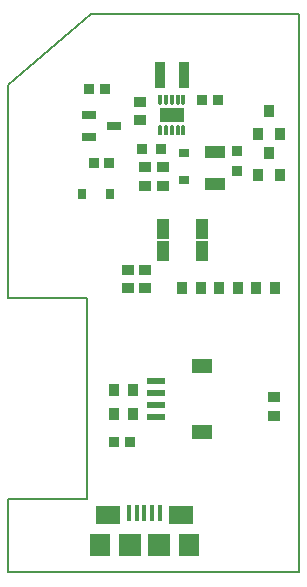
<source format=gbr>
G04 PROTEUS GERBER X2 FILE*
%TF.GenerationSoftware,Labcenter,Proteus,8.16-SP3-Build36097*%
%TF.CreationDate,2024-09-26T16:34:03+00:00*%
%TF.FileFunction,Paste,Bot*%
%TF.FilePolarity,Positive*%
%TF.Part,Single*%
%TF.SameCoordinates,{f118cff8-fadb-4bc5-a17f-1c91f2e22e42}*%
%FSLAX45Y45*%
%MOMM*%
G01*
%TA.AperFunction,Material*%
%ADD126R,0.939800X0.990600*%
%TA.AperFunction,Material*%
%ADD124R,0.889000X1.016000*%
%AMPPAD127*
4,1,36,
0.546120,0.308370,
0.561130,0.303710,
0.574720,0.296330,
0.586560,0.286560,
0.596330,0.274720,
0.603710,0.261130,
0.608370,0.246120,
0.610000,0.230000,
0.610000,-0.230000,
0.608370,-0.246120,
0.603710,-0.261130,
0.596330,-0.274720,
0.586560,-0.286560,
0.574720,-0.296330,
0.561130,-0.303710,
0.546120,-0.308370,
0.530000,-0.310000,
-0.530000,-0.310000,
-0.546120,-0.308370,
-0.561130,-0.303710,
-0.574720,-0.296330,
-0.586560,-0.286560,
-0.596330,-0.274720,
-0.603710,-0.261130,
-0.608370,-0.246120,
-0.610000,-0.230000,
-0.610000,0.230000,
-0.608370,0.246120,
-0.603710,0.261130,
-0.596330,0.274720,
-0.586560,0.286560,
-0.574720,0.296330,
-0.561130,0.303710,
-0.546120,0.308370,
-0.530000,0.310000,
0.530000,0.310000,
0.546120,0.308370,
0*%
%ADD137PPAD127*%
%TA.AperFunction,Material*%
%ADD127R,0.810000X0.940000*%
%ADD128R,0.889000X0.889000*%
%ADD125R,0.990600X0.939800*%
%ADD138R,1.130000X1.720000*%
%ADD139R,0.900000X0.800000*%
%AMPPAD130*
4,1,23,
-0.149230,0.265330,
-0.146950,0.280230,
-0.138210,0.308380,
-0.124380,0.333860,
-0.106060,0.356060,
-0.083860,0.374380,
-0.058380,0.388210,
-0.030230,0.396950,
-0.015330,0.399230,
0.000000,0.400000,
0.015330,0.399230,
0.030230,0.396950,
0.058380,0.388210,
0.083860,0.374380,
0.106060,0.356060,
0.124380,0.333860,
0.138210,0.308380,
0.146950,0.280230,
0.149230,0.265330,
0.150000,0.250000,
0.150000,-0.400000,
-0.150000,-0.400000,
-0.150000,0.250000,
-0.149230,0.265330,
0*%
%TA.AperFunction,Material*%
%ADD140PPAD130*%
%AMPPAD131*
4,1,23,
0.150000,0.400000,
0.150000,-0.250000,
0.149230,-0.265330,
0.146950,-0.280230,
0.138210,-0.308380,
0.124380,-0.333860,
0.106060,-0.356060,
0.083860,-0.374380,
0.058380,-0.388210,
0.030230,-0.396950,
0.015330,-0.399230,
0.000000,-0.400000,
-0.015330,-0.399230,
-0.030230,-0.396950,
-0.058380,-0.388210,
-0.083860,-0.374380,
-0.106060,-0.356060,
-0.124380,-0.333860,
-0.138210,-0.308380,
-0.146950,-0.280230,
-0.149230,-0.265330,
-0.150000,-0.250000,
-0.150000,0.400000,
0.150000,0.400000,
0*%
%ADD141PPAD131*%
%ADD142R,2.100000X1.300000*%
%TA.AperFunction,Material*%
%ADD143R,1.020000X0.960120*%
%ADD144R,0.900000X0.950000*%
%ADD145R,1.820000X1.050000*%
%ADD146R,0.850000X2.200000*%
%ADD147R,0.800000X0.900000*%
%TA.AperFunction,Material*%
%ADD148R,0.400000X1.350000*%
%ADD149R,2.100000X1.600000*%
%ADD150R,1.800000X1.900000*%
%ADD151R,1.900000X1.900000*%
%TA.AperFunction,Material*%
%ADD152R,1.550000X0.600000*%
%ADD153R,1.800000X1.200000*%
%TA.AperFunction,Profile*%
%ADD41C,0.177800*%
%TD.AperFunction*%
D126*
X+957000Y+3018000D03*
X+797000Y+3018000D03*
X+1270000Y+3018000D03*
X+1110000Y+3018000D03*
X+1423000Y+3018000D03*
X+1583000Y+3018000D03*
D124*
X+1627960Y+4325500D03*
X+1533980Y+4516000D03*
X+1440000Y+4325500D03*
X+1627960Y+3976000D03*
X+1533980Y+4166500D03*
X+1440000Y+3976000D03*
D137*
X+11000Y+4294602D03*
X+11000Y+4484594D03*
X+225000Y+4389598D03*
D127*
X+50000Y+4076000D03*
X+184000Y+4076000D03*
X+144000Y+4706000D03*
X+10000Y+4706000D03*
D128*
X+1265000Y+4008280D03*
X+1265000Y+4181000D03*
D125*
X+484000Y+4045800D03*
X+484000Y+3885800D03*
D138*
X+633000Y+3523000D03*
X+971000Y+3523000D03*
D139*
X+816000Y+4167000D03*
X+816000Y+3937000D03*
D125*
X+633974Y+4046307D03*
X+633974Y+3886307D03*
D140*
X+810000Y+4361000D03*
X+760000Y+4361000D03*
X+710000Y+4361000D03*
X+660000Y+4361000D03*
X+610000Y+4361000D03*
D141*
X+610000Y+4611000D03*
X+660000Y+4611000D03*
X+710000Y+4611000D03*
X+760000Y+4611000D03*
X+810000Y+4611000D03*
D142*
X+710000Y+4486000D03*
D143*
X+440000Y+4440000D03*
X+440000Y+4596000D03*
D127*
X+1104000Y+4609000D03*
X+970000Y+4609000D03*
D144*
X+462000Y+4194000D03*
X+622000Y+4194000D03*
D145*
X+1075000Y+3897000D03*
X+1075000Y+4175000D03*
D146*
X+812000Y+4826000D03*
X+608000Y+4826000D03*
D147*
X+185000Y+3816000D03*
X-45000Y+3816000D03*
D148*
X+610000Y+1115000D03*
X+545000Y+1115000D03*
X+480000Y+1115000D03*
X+415000Y+1115000D03*
X+350000Y+1115000D03*
D149*
X+790000Y+1102000D03*
X+170000Y+1102000D03*
D150*
X+860000Y+847000D03*
D151*
X+600000Y+847000D03*
X+360000Y+847000D03*
D150*
X+100000Y+847000D03*
D152*
X+580000Y+2230000D03*
X+580000Y+2130000D03*
X+580000Y+2030000D03*
X+580000Y+1930000D03*
D153*
X+967494Y+2360000D03*
X+967494Y+1800000D03*
D126*
X+220000Y+1950000D03*
X+380000Y+1950000D03*
X+220000Y+2155000D03*
X+380000Y+2155000D03*
D125*
X+1574000Y+1934000D03*
X+1574000Y+2094000D03*
D138*
X+633000Y+3330000D03*
X+971000Y+3330000D03*
D127*
X+354000Y+1720000D03*
X+220000Y+1720000D03*
D125*
X+341954Y+3016000D03*
X+341954Y+3176000D03*
X+488000Y+3176000D03*
X+488000Y+3016000D03*
D41*
X-671603Y+4737000D02*
X-671603Y+2937000D01*
X-5970Y+2937000D01*
X-5970Y+1236000D01*
X-672000Y+1236000D01*
X-672000Y+616000D01*
X+1788988Y+616000D01*
X+1788988Y+5337000D01*
X+28182Y+5337000D01*
X-671603Y+4737000D01*
M02*

</source>
